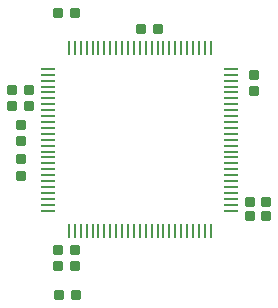
<source format=gtp>
G04*
G04 #@! TF.GenerationSoftware,Altium Limited,Altium Designer,23.3.1 (30)*
G04*
G04 Layer_Color=8421504*
%FSLAX44Y44*%
%MOMM*%
G71*
G04*
G04 #@! TF.SameCoordinates,DF4BE222-8F2C-4444-88BE-FDE14E9DB007*
G04*
G04*
G04 #@! TF.FilePolarity,Positive*
G04*
G01*
G75*
%ADD14R,1.2000X0.2500*%
%ADD15R,0.2500X1.2000*%
G04:AMPARAMS|DCode=16|XSize=0.85mm|YSize=0.85mm|CornerRadius=0.2125mm|HoleSize=0mm|Usage=FLASHONLY|Rotation=0.000|XOffset=0mm|YOffset=0mm|HoleType=Round|Shape=RoundedRectangle|*
%AMROUNDEDRECTD16*
21,1,0.8500,0.4250,0,0,0.0*
21,1,0.4250,0.8500,0,0,0.0*
1,1,0.4250,0.2125,-0.2125*
1,1,0.4250,-0.2125,-0.2125*
1,1,0.4250,-0.2125,0.2125*
1,1,0.4250,0.2125,0.2125*
%
%ADD16ROUNDEDRECTD16*%
G04:AMPARAMS|DCode=17|XSize=0.85mm|YSize=0.85mm|CornerRadius=0.2125mm|HoleSize=0mm|Usage=FLASHONLY|Rotation=90.000|XOffset=0mm|YOffset=0mm|HoleType=Round|Shape=RoundedRectangle|*
%AMROUNDEDRECTD17*
21,1,0.8500,0.4250,0,0,90.0*
21,1,0.4250,0.8500,0,0,90.0*
1,1,0.4250,0.2125,0.2125*
1,1,0.4250,0.2125,-0.2125*
1,1,0.4250,-0.2125,-0.2125*
1,1,0.4250,-0.2125,0.2125*
%
%ADD17ROUNDEDRECTD17*%
D14*
X260500Y552500D02*
D03*
Y547500D02*
D03*
Y542500D02*
D03*
Y537500D02*
D03*
Y532500D02*
D03*
Y527500D02*
D03*
Y522500D02*
D03*
Y517500D02*
D03*
Y512500D02*
D03*
Y507500D02*
D03*
Y502500D02*
D03*
Y497500D02*
D03*
Y492500D02*
D03*
Y487500D02*
D03*
Y482500D02*
D03*
Y477500D02*
D03*
Y472500D02*
D03*
Y467500D02*
D03*
Y462500D02*
D03*
Y457500D02*
D03*
Y452500D02*
D03*
Y447500D02*
D03*
Y442500D02*
D03*
Y437500D02*
D03*
Y432500D02*
D03*
X105500D02*
D03*
Y437500D02*
D03*
Y442500D02*
D03*
Y447500D02*
D03*
Y452500D02*
D03*
Y457500D02*
D03*
Y462500D02*
D03*
Y467500D02*
D03*
Y472500D02*
D03*
Y477500D02*
D03*
Y482500D02*
D03*
Y487500D02*
D03*
Y492500D02*
D03*
Y497500D02*
D03*
Y502500D02*
D03*
Y507500D02*
D03*
Y512500D02*
D03*
Y517500D02*
D03*
Y522500D02*
D03*
Y527500D02*
D03*
Y532500D02*
D03*
Y537500D02*
D03*
Y542500D02*
D03*
Y547500D02*
D03*
Y552500D02*
D03*
D15*
X243000Y415000D02*
D03*
X238000D02*
D03*
X233000D02*
D03*
X228000D02*
D03*
X223000D02*
D03*
X218000D02*
D03*
X213000D02*
D03*
X208000D02*
D03*
X203000D02*
D03*
X198000D02*
D03*
X193000D02*
D03*
X188000D02*
D03*
X183000D02*
D03*
X178000D02*
D03*
X173000D02*
D03*
X168000D02*
D03*
X163000D02*
D03*
X158000D02*
D03*
X153000D02*
D03*
X148000D02*
D03*
X143000D02*
D03*
X138000D02*
D03*
X133000D02*
D03*
X128000D02*
D03*
X123000D02*
D03*
Y570000D02*
D03*
X128000D02*
D03*
X133000D02*
D03*
X138000D02*
D03*
X143000D02*
D03*
X148000D02*
D03*
X153000D02*
D03*
X158000D02*
D03*
X163000D02*
D03*
X168000D02*
D03*
X173000D02*
D03*
X178000D02*
D03*
X183000D02*
D03*
X188000D02*
D03*
X193000D02*
D03*
X198000D02*
D03*
X203000D02*
D03*
X208000D02*
D03*
X213000D02*
D03*
X218000D02*
D03*
X223000D02*
D03*
X228000D02*
D03*
X233000D02*
D03*
X238000D02*
D03*
X243000D02*
D03*
D16*
X82000Y505000D02*
D03*
Y491000D02*
D03*
Y462000D02*
D03*
Y476000D02*
D03*
X279375Y547375D02*
D03*
Y533375D02*
D03*
D17*
X114000Y600000D02*
D03*
X128000D02*
D03*
X290000Y440000D02*
D03*
X276000D02*
D03*
Y428000D02*
D03*
X290000D02*
D03*
X115000Y361000D02*
D03*
X129000D02*
D03*
X128000Y386000D02*
D03*
X114000D02*
D03*
X89000Y535000D02*
D03*
X75000D02*
D03*
X198000Y586000D02*
D03*
X184000D02*
D03*
X114000Y399000D02*
D03*
X128000D02*
D03*
X89000Y521000D02*
D03*
X75000D02*
D03*
M02*

</source>
